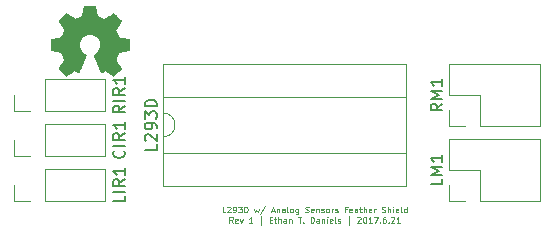
<source format=gbr>
G04 #@! TF.FileFunction,Legend,Top*
%FSLAX46Y46*%
G04 Gerber Fmt 4.6, Leading zero omitted, Abs format (unit mm)*
G04 Created by KiCad (PCBNEW 4.0.6) date Wednesday, June 21, 2017 'PMt' 08:53:47 PM*
%MOMM*%
%LPD*%
G01*
G04 APERTURE LIST*
%ADD10C,0.100000*%
%ADD11C,0.125000*%
%ADD12C,0.120000*%
%ADD13C,0.010000*%
%ADD14C,0.150000*%
G04 APERTURE END LIST*
D10*
D11*
X102942384Y-103928690D02*
X102704289Y-103928690D01*
X102704289Y-103428690D01*
X103085241Y-103476310D02*
X103109051Y-103452500D01*
X103156670Y-103428690D01*
X103275717Y-103428690D01*
X103323336Y-103452500D01*
X103347146Y-103476310D01*
X103370955Y-103523929D01*
X103370955Y-103571548D01*
X103347146Y-103642976D01*
X103061432Y-103928690D01*
X103370955Y-103928690D01*
X103609050Y-103928690D02*
X103704288Y-103928690D01*
X103751907Y-103904881D01*
X103775717Y-103881071D01*
X103823336Y-103809643D01*
X103847145Y-103714405D01*
X103847145Y-103523929D01*
X103823336Y-103476310D01*
X103799526Y-103452500D01*
X103751907Y-103428690D01*
X103656669Y-103428690D01*
X103609050Y-103452500D01*
X103585241Y-103476310D01*
X103561431Y-103523929D01*
X103561431Y-103642976D01*
X103585241Y-103690595D01*
X103609050Y-103714405D01*
X103656669Y-103738214D01*
X103751907Y-103738214D01*
X103799526Y-103714405D01*
X103823336Y-103690595D01*
X103847145Y-103642976D01*
X104013812Y-103428690D02*
X104323335Y-103428690D01*
X104156669Y-103619167D01*
X104228097Y-103619167D01*
X104275716Y-103642976D01*
X104299526Y-103666786D01*
X104323335Y-103714405D01*
X104323335Y-103833452D01*
X104299526Y-103881071D01*
X104275716Y-103904881D01*
X104228097Y-103928690D01*
X104085240Y-103928690D01*
X104037621Y-103904881D01*
X104013812Y-103881071D01*
X104537621Y-103928690D02*
X104537621Y-103428690D01*
X104656668Y-103428690D01*
X104728097Y-103452500D01*
X104775716Y-103500119D01*
X104799525Y-103547738D01*
X104823335Y-103642976D01*
X104823335Y-103714405D01*
X104799525Y-103809643D01*
X104775716Y-103857262D01*
X104728097Y-103904881D01*
X104656668Y-103928690D01*
X104537621Y-103928690D01*
X105370954Y-103595357D02*
X105466192Y-103928690D01*
X105561430Y-103690595D01*
X105656668Y-103928690D01*
X105751906Y-103595357D01*
X106299525Y-103404881D02*
X105870954Y-104047738D01*
X106823335Y-103785833D02*
X107061430Y-103785833D01*
X106775716Y-103928690D02*
X106942383Y-103428690D01*
X107109049Y-103928690D01*
X107275716Y-103595357D02*
X107275716Y-103928690D01*
X107275716Y-103642976D02*
X107299525Y-103619167D01*
X107347144Y-103595357D01*
X107418573Y-103595357D01*
X107466192Y-103619167D01*
X107490001Y-103666786D01*
X107490001Y-103928690D01*
X107942382Y-103928690D02*
X107942382Y-103666786D01*
X107918573Y-103619167D01*
X107870954Y-103595357D01*
X107775716Y-103595357D01*
X107728097Y-103619167D01*
X107942382Y-103904881D02*
X107894763Y-103928690D01*
X107775716Y-103928690D01*
X107728097Y-103904881D01*
X107704287Y-103857262D01*
X107704287Y-103809643D01*
X107728097Y-103762024D01*
X107775716Y-103738214D01*
X107894763Y-103738214D01*
X107942382Y-103714405D01*
X108251906Y-103928690D02*
X108204287Y-103904881D01*
X108180478Y-103857262D01*
X108180478Y-103428690D01*
X108513811Y-103928690D02*
X108466192Y-103904881D01*
X108442383Y-103881071D01*
X108418573Y-103833452D01*
X108418573Y-103690595D01*
X108442383Y-103642976D01*
X108466192Y-103619167D01*
X108513811Y-103595357D01*
X108585240Y-103595357D01*
X108632859Y-103619167D01*
X108656668Y-103642976D01*
X108680478Y-103690595D01*
X108680478Y-103833452D01*
X108656668Y-103881071D01*
X108632859Y-103904881D01*
X108585240Y-103928690D01*
X108513811Y-103928690D01*
X109109049Y-103595357D02*
X109109049Y-104000119D01*
X109085240Y-104047738D01*
X109061430Y-104071548D01*
X109013811Y-104095357D01*
X108942383Y-104095357D01*
X108894764Y-104071548D01*
X109109049Y-103904881D02*
X109061430Y-103928690D01*
X108966192Y-103928690D01*
X108918573Y-103904881D01*
X108894764Y-103881071D01*
X108870954Y-103833452D01*
X108870954Y-103690595D01*
X108894764Y-103642976D01*
X108918573Y-103619167D01*
X108966192Y-103595357D01*
X109061430Y-103595357D01*
X109109049Y-103619167D01*
X109704287Y-103904881D02*
X109775716Y-103928690D01*
X109894763Y-103928690D01*
X109942382Y-103904881D01*
X109966192Y-103881071D01*
X109990001Y-103833452D01*
X109990001Y-103785833D01*
X109966192Y-103738214D01*
X109942382Y-103714405D01*
X109894763Y-103690595D01*
X109799525Y-103666786D01*
X109751906Y-103642976D01*
X109728097Y-103619167D01*
X109704287Y-103571548D01*
X109704287Y-103523929D01*
X109728097Y-103476310D01*
X109751906Y-103452500D01*
X109799525Y-103428690D01*
X109918573Y-103428690D01*
X109990001Y-103452500D01*
X110394763Y-103904881D02*
X110347144Y-103928690D01*
X110251906Y-103928690D01*
X110204287Y-103904881D01*
X110180477Y-103857262D01*
X110180477Y-103666786D01*
X110204287Y-103619167D01*
X110251906Y-103595357D01*
X110347144Y-103595357D01*
X110394763Y-103619167D01*
X110418572Y-103666786D01*
X110418572Y-103714405D01*
X110180477Y-103762024D01*
X110632858Y-103595357D02*
X110632858Y-103928690D01*
X110632858Y-103642976D02*
X110656667Y-103619167D01*
X110704286Y-103595357D01*
X110775715Y-103595357D01*
X110823334Y-103619167D01*
X110847143Y-103666786D01*
X110847143Y-103928690D01*
X111061429Y-103904881D02*
X111109048Y-103928690D01*
X111204286Y-103928690D01*
X111251905Y-103904881D01*
X111275715Y-103857262D01*
X111275715Y-103833452D01*
X111251905Y-103785833D01*
X111204286Y-103762024D01*
X111132858Y-103762024D01*
X111085239Y-103738214D01*
X111061429Y-103690595D01*
X111061429Y-103666786D01*
X111085239Y-103619167D01*
X111132858Y-103595357D01*
X111204286Y-103595357D01*
X111251905Y-103619167D01*
X111561429Y-103928690D02*
X111513810Y-103904881D01*
X111490001Y-103881071D01*
X111466191Y-103833452D01*
X111466191Y-103690595D01*
X111490001Y-103642976D01*
X111513810Y-103619167D01*
X111561429Y-103595357D01*
X111632858Y-103595357D01*
X111680477Y-103619167D01*
X111704286Y-103642976D01*
X111728096Y-103690595D01*
X111728096Y-103833452D01*
X111704286Y-103881071D01*
X111680477Y-103904881D01*
X111632858Y-103928690D01*
X111561429Y-103928690D01*
X111942382Y-103928690D02*
X111942382Y-103595357D01*
X111942382Y-103690595D02*
X111966191Y-103642976D01*
X111990001Y-103619167D01*
X112037620Y-103595357D01*
X112085239Y-103595357D01*
X112228096Y-103904881D02*
X112275715Y-103928690D01*
X112370953Y-103928690D01*
X112418572Y-103904881D01*
X112442382Y-103857262D01*
X112442382Y-103833452D01*
X112418572Y-103785833D01*
X112370953Y-103762024D01*
X112299525Y-103762024D01*
X112251906Y-103738214D01*
X112228096Y-103690595D01*
X112228096Y-103666786D01*
X112251906Y-103619167D01*
X112299525Y-103595357D01*
X112370953Y-103595357D01*
X112418572Y-103619167D01*
X113204286Y-103666786D02*
X113037620Y-103666786D01*
X113037620Y-103928690D02*
X113037620Y-103428690D01*
X113275715Y-103428690D01*
X113656667Y-103904881D02*
X113609048Y-103928690D01*
X113513810Y-103928690D01*
X113466191Y-103904881D01*
X113442381Y-103857262D01*
X113442381Y-103666786D01*
X113466191Y-103619167D01*
X113513810Y-103595357D01*
X113609048Y-103595357D01*
X113656667Y-103619167D01*
X113680476Y-103666786D01*
X113680476Y-103714405D01*
X113442381Y-103762024D01*
X114109047Y-103928690D02*
X114109047Y-103666786D01*
X114085238Y-103619167D01*
X114037619Y-103595357D01*
X113942381Y-103595357D01*
X113894762Y-103619167D01*
X114109047Y-103904881D02*
X114061428Y-103928690D01*
X113942381Y-103928690D01*
X113894762Y-103904881D01*
X113870952Y-103857262D01*
X113870952Y-103809643D01*
X113894762Y-103762024D01*
X113942381Y-103738214D01*
X114061428Y-103738214D01*
X114109047Y-103714405D01*
X114275714Y-103595357D02*
X114466190Y-103595357D01*
X114347143Y-103428690D02*
X114347143Y-103857262D01*
X114370952Y-103904881D01*
X114418571Y-103928690D01*
X114466190Y-103928690D01*
X114632857Y-103928690D02*
X114632857Y-103428690D01*
X114847142Y-103928690D02*
X114847142Y-103666786D01*
X114823333Y-103619167D01*
X114775714Y-103595357D01*
X114704285Y-103595357D01*
X114656666Y-103619167D01*
X114632857Y-103642976D01*
X115275714Y-103904881D02*
X115228095Y-103928690D01*
X115132857Y-103928690D01*
X115085238Y-103904881D01*
X115061428Y-103857262D01*
X115061428Y-103666786D01*
X115085238Y-103619167D01*
X115132857Y-103595357D01*
X115228095Y-103595357D01*
X115275714Y-103619167D01*
X115299523Y-103666786D01*
X115299523Y-103714405D01*
X115061428Y-103762024D01*
X115513809Y-103928690D02*
X115513809Y-103595357D01*
X115513809Y-103690595D02*
X115537618Y-103642976D01*
X115561428Y-103619167D01*
X115609047Y-103595357D01*
X115656666Y-103595357D01*
X116180475Y-103904881D02*
X116251904Y-103928690D01*
X116370951Y-103928690D01*
X116418570Y-103904881D01*
X116442380Y-103881071D01*
X116466189Y-103833452D01*
X116466189Y-103785833D01*
X116442380Y-103738214D01*
X116418570Y-103714405D01*
X116370951Y-103690595D01*
X116275713Y-103666786D01*
X116228094Y-103642976D01*
X116204285Y-103619167D01*
X116180475Y-103571548D01*
X116180475Y-103523929D01*
X116204285Y-103476310D01*
X116228094Y-103452500D01*
X116275713Y-103428690D01*
X116394761Y-103428690D01*
X116466189Y-103452500D01*
X116680475Y-103928690D02*
X116680475Y-103428690D01*
X116894760Y-103928690D02*
X116894760Y-103666786D01*
X116870951Y-103619167D01*
X116823332Y-103595357D01*
X116751903Y-103595357D01*
X116704284Y-103619167D01*
X116680475Y-103642976D01*
X117132856Y-103928690D02*
X117132856Y-103595357D01*
X117132856Y-103428690D02*
X117109046Y-103452500D01*
X117132856Y-103476310D01*
X117156665Y-103452500D01*
X117132856Y-103428690D01*
X117132856Y-103476310D01*
X117561427Y-103904881D02*
X117513808Y-103928690D01*
X117418570Y-103928690D01*
X117370951Y-103904881D01*
X117347141Y-103857262D01*
X117347141Y-103666786D01*
X117370951Y-103619167D01*
X117418570Y-103595357D01*
X117513808Y-103595357D01*
X117561427Y-103619167D01*
X117585236Y-103666786D01*
X117585236Y-103714405D01*
X117347141Y-103762024D01*
X117870950Y-103928690D02*
X117823331Y-103904881D01*
X117799522Y-103857262D01*
X117799522Y-103428690D01*
X118275712Y-103928690D02*
X118275712Y-103428690D01*
X118275712Y-103904881D02*
X118228093Y-103928690D01*
X118132855Y-103928690D01*
X118085236Y-103904881D01*
X118061427Y-103881071D01*
X118037617Y-103833452D01*
X118037617Y-103690595D01*
X118061427Y-103642976D01*
X118085236Y-103619167D01*
X118132855Y-103595357D01*
X118228093Y-103595357D01*
X118275712Y-103619167D01*
X103561434Y-104803690D02*
X103394767Y-104565595D01*
X103275720Y-104803690D02*
X103275720Y-104303690D01*
X103466196Y-104303690D01*
X103513815Y-104327500D01*
X103537624Y-104351310D01*
X103561434Y-104398929D01*
X103561434Y-104470357D01*
X103537624Y-104517976D01*
X103513815Y-104541786D01*
X103466196Y-104565595D01*
X103275720Y-104565595D01*
X103966196Y-104779881D02*
X103918577Y-104803690D01*
X103823339Y-104803690D01*
X103775720Y-104779881D01*
X103751910Y-104732262D01*
X103751910Y-104541786D01*
X103775720Y-104494167D01*
X103823339Y-104470357D01*
X103918577Y-104470357D01*
X103966196Y-104494167D01*
X103990005Y-104541786D01*
X103990005Y-104589405D01*
X103751910Y-104637024D01*
X104156672Y-104470357D02*
X104275719Y-104803690D01*
X104394767Y-104470357D01*
X105228099Y-104803690D02*
X104942385Y-104803690D01*
X105085242Y-104803690D02*
X105085242Y-104303690D01*
X105037623Y-104375119D01*
X104990004Y-104422738D01*
X104942385Y-104446548D01*
X105942384Y-104970357D02*
X105942384Y-104256071D01*
X106680479Y-104541786D02*
X106847145Y-104541786D01*
X106918574Y-104803690D02*
X106680479Y-104803690D01*
X106680479Y-104303690D01*
X106918574Y-104303690D01*
X107061431Y-104470357D02*
X107251907Y-104470357D01*
X107132860Y-104303690D02*
X107132860Y-104732262D01*
X107156669Y-104779881D01*
X107204288Y-104803690D01*
X107251907Y-104803690D01*
X107418574Y-104803690D02*
X107418574Y-104303690D01*
X107632859Y-104803690D02*
X107632859Y-104541786D01*
X107609050Y-104494167D01*
X107561431Y-104470357D01*
X107490002Y-104470357D01*
X107442383Y-104494167D01*
X107418574Y-104517976D01*
X108085240Y-104803690D02*
X108085240Y-104541786D01*
X108061431Y-104494167D01*
X108013812Y-104470357D01*
X107918574Y-104470357D01*
X107870955Y-104494167D01*
X108085240Y-104779881D02*
X108037621Y-104803690D01*
X107918574Y-104803690D01*
X107870955Y-104779881D01*
X107847145Y-104732262D01*
X107847145Y-104684643D01*
X107870955Y-104637024D01*
X107918574Y-104613214D01*
X108037621Y-104613214D01*
X108085240Y-104589405D01*
X108323336Y-104470357D02*
X108323336Y-104803690D01*
X108323336Y-104517976D02*
X108347145Y-104494167D01*
X108394764Y-104470357D01*
X108466193Y-104470357D01*
X108513812Y-104494167D01*
X108537621Y-104541786D01*
X108537621Y-104803690D01*
X109085240Y-104303690D02*
X109370954Y-104303690D01*
X109228097Y-104803690D02*
X109228097Y-104303690D01*
X109537621Y-104756071D02*
X109561430Y-104779881D01*
X109537621Y-104803690D01*
X109513811Y-104779881D01*
X109537621Y-104756071D01*
X109537621Y-104803690D01*
X110156668Y-104803690D02*
X110156668Y-104303690D01*
X110275715Y-104303690D01*
X110347144Y-104327500D01*
X110394763Y-104375119D01*
X110418572Y-104422738D01*
X110442382Y-104517976D01*
X110442382Y-104589405D01*
X110418572Y-104684643D01*
X110394763Y-104732262D01*
X110347144Y-104779881D01*
X110275715Y-104803690D01*
X110156668Y-104803690D01*
X110870953Y-104803690D02*
X110870953Y-104541786D01*
X110847144Y-104494167D01*
X110799525Y-104470357D01*
X110704287Y-104470357D01*
X110656668Y-104494167D01*
X110870953Y-104779881D02*
X110823334Y-104803690D01*
X110704287Y-104803690D01*
X110656668Y-104779881D01*
X110632858Y-104732262D01*
X110632858Y-104684643D01*
X110656668Y-104637024D01*
X110704287Y-104613214D01*
X110823334Y-104613214D01*
X110870953Y-104589405D01*
X111109049Y-104470357D02*
X111109049Y-104803690D01*
X111109049Y-104517976D02*
X111132858Y-104494167D01*
X111180477Y-104470357D01*
X111251906Y-104470357D01*
X111299525Y-104494167D01*
X111323334Y-104541786D01*
X111323334Y-104803690D01*
X111561430Y-104803690D02*
X111561430Y-104470357D01*
X111561430Y-104303690D02*
X111537620Y-104327500D01*
X111561430Y-104351310D01*
X111585239Y-104327500D01*
X111561430Y-104303690D01*
X111561430Y-104351310D01*
X111990001Y-104779881D02*
X111942382Y-104803690D01*
X111847144Y-104803690D01*
X111799525Y-104779881D01*
X111775715Y-104732262D01*
X111775715Y-104541786D01*
X111799525Y-104494167D01*
X111847144Y-104470357D01*
X111942382Y-104470357D01*
X111990001Y-104494167D01*
X112013810Y-104541786D01*
X112013810Y-104589405D01*
X111775715Y-104637024D01*
X112299524Y-104803690D02*
X112251905Y-104779881D01*
X112228096Y-104732262D01*
X112228096Y-104303690D01*
X112466191Y-104779881D02*
X112513810Y-104803690D01*
X112609048Y-104803690D01*
X112656667Y-104779881D01*
X112680477Y-104732262D01*
X112680477Y-104708452D01*
X112656667Y-104660833D01*
X112609048Y-104637024D01*
X112537620Y-104637024D01*
X112490001Y-104613214D01*
X112466191Y-104565595D01*
X112466191Y-104541786D01*
X112490001Y-104494167D01*
X112537620Y-104470357D01*
X112609048Y-104470357D01*
X112656667Y-104494167D01*
X113394762Y-104970357D02*
X113394762Y-104256071D01*
X114109047Y-104351310D02*
X114132857Y-104327500D01*
X114180476Y-104303690D01*
X114299523Y-104303690D01*
X114347142Y-104327500D01*
X114370952Y-104351310D01*
X114394761Y-104398929D01*
X114394761Y-104446548D01*
X114370952Y-104517976D01*
X114085238Y-104803690D01*
X114394761Y-104803690D01*
X114704285Y-104303690D02*
X114751904Y-104303690D01*
X114799523Y-104327500D01*
X114823332Y-104351310D01*
X114847142Y-104398929D01*
X114870951Y-104494167D01*
X114870951Y-104613214D01*
X114847142Y-104708452D01*
X114823332Y-104756071D01*
X114799523Y-104779881D01*
X114751904Y-104803690D01*
X114704285Y-104803690D01*
X114656666Y-104779881D01*
X114632856Y-104756071D01*
X114609047Y-104708452D01*
X114585237Y-104613214D01*
X114585237Y-104494167D01*
X114609047Y-104398929D01*
X114632856Y-104351310D01*
X114656666Y-104327500D01*
X114704285Y-104303690D01*
X115347141Y-104803690D02*
X115061427Y-104803690D01*
X115204284Y-104803690D02*
X115204284Y-104303690D01*
X115156665Y-104375119D01*
X115109046Y-104422738D01*
X115061427Y-104446548D01*
X115513808Y-104303690D02*
X115847141Y-104303690D01*
X115632855Y-104803690D01*
X116037617Y-104756071D02*
X116061426Y-104779881D01*
X116037617Y-104803690D01*
X116013807Y-104779881D01*
X116037617Y-104756071D01*
X116037617Y-104803690D01*
X116489997Y-104303690D02*
X116394759Y-104303690D01*
X116347140Y-104327500D01*
X116323331Y-104351310D01*
X116275712Y-104422738D01*
X116251902Y-104517976D01*
X116251902Y-104708452D01*
X116275712Y-104756071D01*
X116299521Y-104779881D01*
X116347140Y-104803690D01*
X116442378Y-104803690D01*
X116489997Y-104779881D01*
X116513807Y-104756071D01*
X116537616Y-104708452D01*
X116537616Y-104589405D01*
X116513807Y-104541786D01*
X116489997Y-104517976D01*
X116442378Y-104494167D01*
X116347140Y-104494167D01*
X116299521Y-104517976D01*
X116275712Y-104541786D01*
X116251902Y-104589405D01*
X116751902Y-104756071D02*
X116775711Y-104779881D01*
X116751902Y-104803690D01*
X116728092Y-104779881D01*
X116751902Y-104756071D01*
X116751902Y-104803690D01*
X116966187Y-104351310D02*
X116989997Y-104327500D01*
X117037616Y-104303690D01*
X117156663Y-104303690D01*
X117204282Y-104327500D01*
X117228092Y-104351310D01*
X117251901Y-104398929D01*
X117251901Y-104446548D01*
X117228092Y-104517976D01*
X116942378Y-104803690D01*
X117251901Y-104803690D01*
X117728091Y-104803690D02*
X117442377Y-104803690D01*
X117585234Y-104803690D02*
X117585234Y-104303690D01*
X117537615Y-104375119D01*
X117489996Y-104422738D01*
X117442377Y-104446548D01*
D12*
X97670000Y-97520000D02*
X97670000Y-98890000D01*
X97670000Y-98890000D02*
X118230000Y-98890000D01*
X118230000Y-98890000D02*
X118230000Y-94150000D01*
X118230000Y-94150000D02*
X97670000Y-94150000D01*
X97670000Y-94150000D02*
X97670000Y-95520000D01*
X97670000Y-101720000D02*
X118230000Y-101720000D01*
X118230000Y-101720000D02*
X118230000Y-91320000D01*
X118230000Y-91320000D02*
X97670000Y-91320000D01*
X97670000Y-91320000D02*
X97670000Y-101720000D01*
X97670000Y-95520000D02*
G75*
G02X97670000Y-97520000I0J-1000000D01*
G01*
X87630000Y-95310000D02*
X92770000Y-95310000D01*
X92770000Y-95310000D02*
X92770000Y-92650000D01*
X92770000Y-92650000D02*
X87630000Y-92650000D01*
X87630000Y-92650000D02*
X87630000Y-95310000D01*
X86360000Y-95310000D02*
X85030000Y-95310000D01*
X85030000Y-95310000D02*
X85030000Y-93980000D01*
X87630000Y-99120000D02*
X92770000Y-99120000D01*
X92770000Y-99120000D02*
X92770000Y-96460000D01*
X92770000Y-96460000D02*
X87630000Y-96460000D01*
X87630000Y-96460000D02*
X87630000Y-99120000D01*
X86360000Y-99120000D02*
X85030000Y-99120000D01*
X85030000Y-99120000D02*
X85030000Y-97790000D01*
X87630000Y-102930000D02*
X92770000Y-102930000D01*
X92770000Y-102930000D02*
X92770000Y-100270000D01*
X92770000Y-100270000D02*
X87630000Y-100270000D01*
X87630000Y-100270000D02*
X87630000Y-102930000D01*
X86360000Y-102930000D02*
X85030000Y-102930000D01*
X85030000Y-102930000D02*
X85030000Y-101600000D01*
X124460000Y-102930000D02*
X129600000Y-102930000D01*
X129600000Y-102930000D02*
X129600000Y-97730000D01*
X129600000Y-97730000D02*
X121860000Y-97730000D01*
X121860000Y-97730000D02*
X121860000Y-100330000D01*
X121860000Y-100330000D02*
X124460000Y-100330000D01*
X124460000Y-100330000D02*
X124460000Y-102930000D01*
X123190000Y-102930000D02*
X121860000Y-102930000D01*
X121860000Y-102930000D02*
X121860000Y-101600000D01*
X124460000Y-96580000D02*
X129600000Y-96580000D01*
X129600000Y-96580000D02*
X129600000Y-91380000D01*
X129600000Y-91380000D02*
X121860000Y-91380000D01*
X121860000Y-91380000D02*
X121860000Y-93980000D01*
X121860000Y-93980000D02*
X124460000Y-93980000D01*
X124460000Y-93980000D02*
X124460000Y-96580000D01*
X123190000Y-96580000D02*
X121860000Y-96580000D01*
X121860000Y-96580000D02*
X121860000Y-95250000D01*
D13*
G36*
X91995814Y-86876931D02*
X92079635Y-87321555D01*
X92388920Y-87449053D01*
X92698206Y-87576551D01*
X93069246Y-87324246D01*
X93173157Y-87253996D01*
X93267087Y-87191272D01*
X93346652Y-87138938D01*
X93407470Y-87099857D01*
X93445157Y-87076893D01*
X93455421Y-87071942D01*
X93473910Y-87084676D01*
X93513420Y-87119882D01*
X93569522Y-87173062D01*
X93637787Y-87239718D01*
X93713786Y-87315354D01*
X93793092Y-87395472D01*
X93871275Y-87475574D01*
X93943907Y-87551164D01*
X94006559Y-87617745D01*
X94054803Y-87670818D01*
X94084210Y-87705887D01*
X94091241Y-87717623D01*
X94081123Y-87739260D01*
X94052759Y-87786662D01*
X94009129Y-87855193D01*
X93953218Y-87940215D01*
X93888006Y-88037093D01*
X93850219Y-88092350D01*
X93781343Y-88193248D01*
X93720140Y-88284299D01*
X93669578Y-88360970D01*
X93632628Y-88418728D01*
X93612258Y-88453043D01*
X93609197Y-88460254D01*
X93616136Y-88480748D01*
X93635051Y-88528513D01*
X93663087Y-88596832D01*
X93697391Y-88678989D01*
X93735109Y-88768270D01*
X93773387Y-88857958D01*
X93809370Y-88941338D01*
X93840206Y-89011694D01*
X93863039Y-89062310D01*
X93875017Y-89086471D01*
X93875724Y-89087422D01*
X93894531Y-89092036D01*
X93944618Y-89102328D01*
X94020793Y-89117287D01*
X94117865Y-89135901D01*
X94230643Y-89157159D01*
X94296442Y-89169418D01*
X94416950Y-89192362D01*
X94525797Y-89214195D01*
X94617476Y-89233722D01*
X94686481Y-89249748D01*
X94727304Y-89261079D01*
X94735511Y-89264674D01*
X94743548Y-89289006D01*
X94750033Y-89343959D01*
X94754970Y-89423108D01*
X94758364Y-89520026D01*
X94760218Y-89628287D01*
X94760538Y-89741465D01*
X94759327Y-89853135D01*
X94756590Y-89956868D01*
X94752331Y-90046241D01*
X94746555Y-90114826D01*
X94739267Y-90156197D01*
X94734895Y-90164810D01*
X94708764Y-90175133D01*
X94653393Y-90189892D01*
X94576107Y-90207352D01*
X94484230Y-90225780D01*
X94452158Y-90231741D01*
X94297524Y-90260066D01*
X94175375Y-90282876D01*
X94081673Y-90301080D01*
X94012384Y-90315583D01*
X93963471Y-90327292D01*
X93930897Y-90337115D01*
X93910628Y-90345956D01*
X93898626Y-90354724D01*
X93896947Y-90356457D01*
X93880184Y-90384371D01*
X93854614Y-90438695D01*
X93822788Y-90512777D01*
X93787260Y-90599965D01*
X93750583Y-90693608D01*
X93715311Y-90787052D01*
X93683996Y-90873647D01*
X93659193Y-90946740D01*
X93643454Y-90999678D01*
X93639332Y-91025811D01*
X93639676Y-91026726D01*
X93653641Y-91048086D01*
X93685322Y-91095084D01*
X93731391Y-91162827D01*
X93788518Y-91246423D01*
X93853373Y-91340982D01*
X93871843Y-91367854D01*
X93937699Y-91465275D01*
X93995650Y-91554163D01*
X94042538Y-91629412D01*
X94075207Y-91685920D01*
X94090500Y-91718581D01*
X94091241Y-91722593D01*
X94078392Y-91743684D01*
X94042888Y-91785464D01*
X93989293Y-91843445D01*
X93922171Y-91913135D01*
X93846087Y-91990045D01*
X93765604Y-92069683D01*
X93685287Y-92147561D01*
X93609699Y-92219186D01*
X93543405Y-92280070D01*
X93490969Y-92325721D01*
X93456955Y-92351650D01*
X93447545Y-92355883D01*
X93425643Y-92345912D01*
X93380800Y-92319020D01*
X93320321Y-92279736D01*
X93273789Y-92248117D01*
X93189475Y-92190098D01*
X93089626Y-92121784D01*
X92989473Y-92053579D01*
X92935627Y-92017075D01*
X92753371Y-91893800D01*
X92600381Y-91976520D01*
X92530682Y-92012759D01*
X92471414Y-92040926D01*
X92431311Y-92056991D01*
X92421103Y-92059226D01*
X92408829Y-92042722D01*
X92384613Y-91996082D01*
X92350263Y-91923609D01*
X92307588Y-91829606D01*
X92258394Y-91718374D01*
X92204490Y-91594215D01*
X92147684Y-91461432D01*
X92089782Y-91324327D01*
X92032593Y-91187202D01*
X91977924Y-91054358D01*
X91927584Y-90930098D01*
X91883380Y-90818725D01*
X91847119Y-90724539D01*
X91820609Y-90651844D01*
X91805658Y-90604941D01*
X91803254Y-90588833D01*
X91822311Y-90568286D01*
X91864036Y-90534933D01*
X91919706Y-90495702D01*
X91924378Y-90492599D01*
X92068264Y-90377423D01*
X92184283Y-90243053D01*
X92271430Y-90093784D01*
X92328699Y-89933913D01*
X92355086Y-89767737D01*
X92349585Y-89599552D01*
X92311190Y-89433655D01*
X92238895Y-89274342D01*
X92217626Y-89239487D01*
X92106996Y-89098737D01*
X91976302Y-88985714D01*
X91830064Y-88901003D01*
X91672808Y-88845194D01*
X91509057Y-88818874D01*
X91343333Y-88822630D01*
X91180162Y-88857050D01*
X91024065Y-88922723D01*
X90879567Y-89020235D01*
X90834869Y-89059813D01*
X90721112Y-89183703D01*
X90638218Y-89314124D01*
X90581356Y-89460315D01*
X90549687Y-89605088D01*
X90541869Y-89767860D01*
X90567938Y-89931440D01*
X90625245Y-90090298D01*
X90711144Y-90238906D01*
X90822986Y-90371735D01*
X90958123Y-90483256D01*
X90975883Y-90495011D01*
X91032150Y-90533508D01*
X91074923Y-90566863D01*
X91095372Y-90588160D01*
X91095669Y-90588833D01*
X91091279Y-90611871D01*
X91073876Y-90664157D01*
X91045268Y-90741390D01*
X91007265Y-90839268D01*
X90961674Y-90953491D01*
X90910303Y-91079758D01*
X90854962Y-91213767D01*
X90797458Y-91351218D01*
X90739601Y-91487808D01*
X90683198Y-91619237D01*
X90630058Y-91741205D01*
X90581990Y-91849409D01*
X90540801Y-91939549D01*
X90508301Y-92007323D01*
X90486297Y-92048430D01*
X90477436Y-92059226D01*
X90450360Y-92050819D01*
X90399697Y-92028272D01*
X90334183Y-91995613D01*
X90298159Y-91976520D01*
X90145168Y-91893800D01*
X89962912Y-92017075D01*
X89869875Y-92080228D01*
X89768015Y-92149727D01*
X89672562Y-92215165D01*
X89624750Y-92248117D01*
X89557505Y-92293273D01*
X89500564Y-92329057D01*
X89461354Y-92350938D01*
X89448619Y-92355563D01*
X89430083Y-92343085D01*
X89389059Y-92308252D01*
X89329525Y-92254678D01*
X89255458Y-92185983D01*
X89170835Y-92105781D01*
X89117315Y-92054286D01*
X89023681Y-91962286D01*
X88942759Y-91879999D01*
X88877823Y-91810945D01*
X88832142Y-91758644D01*
X88808989Y-91726616D01*
X88806768Y-91720116D01*
X88817076Y-91695394D01*
X88845561Y-91645405D01*
X88889063Y-91575212D01*
X88944423Y-91489875D01*
X89008480Y-91394456D01*
X89026697Y-91367854D01*
X89093073Y-91271167D01*
X89152622Y-91184117D01*
X89202016Y-91111595D01*
X89237925Y-91058493D01*
X89257019Y-91029703D01*
X89258864Y-91026726D01*
X89256105Y-91003782D01*
X89241462Y-90953336D01*
X89217487Y-90882041D01*
X89186734Y-90796547D01*
X89151756Y-90703507D01*
X89115107Y-90609574D01*
X89079339Y-90521399D01*
X89047006Y-90445634D01*
X89020662Y-90388931D01*
X89002858Y-90357943D01*
X89001593Y-90356457D01*
X88990706Y-90347601D01*
X88972318Y-90338843D01*
X88942394Y-90329277D01*
X88896897Y-90317996D01*
X88831791Y-90304093D01*
X88743039Y-90286663D01*
X88626607Y-90264798D01*
X88478458Y-90237591D01*
X88446382Y-90231741D01*
X88351314Y-90213374D01*
X88268435Y-90195405D01*
X88205070Y-90179569D01*
X88168542Y-90167600D01*
X88163644Y-90164810D01*
X88155573Y-90140072D01*
X88149013Y-90084790D01*
X88143967Y-90005389D01*
X88140441Y-89908296D01*
X88138439Y-89799938D01*
X88137964Y-89686740D01*
X88139023Y-89575128D01*
X88141618Y-89471529D01*
X88145754Y-89382368D01*
X88151437Y-89314072D01*
X88158669Y-89273066D01*
X88163029Y-89264674D01*
X88187302Y-89256208D01*
X88242574Y-89242435D01*
X88323338Y-89224550D01*
X88424088Y-89203748D01*
X88539317Y-89181223D01*
X88602098Y-89169418D01*
X88721213Y-89147151D01*
X88827435Y-89126979D01*
X88915573Y-89109915D01*
X88980434Y-89096969D01*
X89016826Y-89089155D01*
X89022816Y-89087422D01*
X89032939Y-89067890D01*
X89054338Y-89020843D01*
X89084161Y-88953003D01*
X89119555Y-88871091D01*
X89157668Y-88781828D01*
X89195647Y-88691935D01*
X89230640Y-88608135D01*
X89259794Y-88537147D01*
X89280257Y-88485694D01*
X89289177Y-88460497D01*
X89289343Y-88459396D01*
X89279231Y-88439519D01*
X89250883Y-88393777D01*
X89207277Y-88326717D01*
X89151394Y-88242884D01*
X89086213Y-88146826D01*
X89048321Y-88091650D01*
X88979275Y-87990481D01*
X88917950Y-87898630D01*
X88867337Y-87820744D01*
X88830429Y-87761469D01*
X88810218Y-87725451D01*
X88807299Y-87717377D01*
X88819847Y-87698584D01*
X88854537Y-87658457D01*
X88906937Y-87601493D01*
X88972616Y-87532185D01*
X89047144Y-87455031D01*
X89126087Y-87374525D01*
X89205017Y-87295163D01*
X89279500Y-87221440D01*
X89345106Y-87157852D01*
X89397404Y-87108894D01*
X89431961Y-87079061D01*
X89443522Y-87071942D01*
X89462346Y-87081953D01*
X89507369Y-87110078D01*
X89574213Y-87153454D01*
X89658501Y-87209218D01*
X89755856Y-87274506D01*
X89829293Y-87324246D01*
X90200333Y-87576551D01*
X90818905Y-87321555D01*
X90902725Y-86876931D01*
X90986546Y-86432307D01*
X91911994Y-86432307D01*
X91995814Y-86876931D01*
X91995814Y-86876931D01*
G37*
X91995814Y-86876931D02*
X92079635Y-87321555D01*
X92388920Y-87449053D01*
X92698206Y-87576551D01*
X93069246Y-87324246D01*
X93173157Y-87253996D01*
X93267087Y-87191272D01*
X93346652Y-87138938D01*
X93407470Y-87099857D01*
X93445157Y-87076893D01*
X93455421Y-87071942D01*
X93473910Y-87084676D01*
X93513420Y-87119882D01*
X93569522Y-87173062D01*
X93637787Y-87239718D01*
X93713786Y-87315354D01*
X93793092Y-87395472D01*
X93871275Y-87475574D01*
X93943907Y-87551164D01*
X94006559Y-87617745D01*
X94054803Y-87670818D01*
X94084210Y-87705887D01*
X94091241Y-87717623D01*
X94081123Y-87739260D01*
X94052759Y-87786662D01*
X94009129Y-87855193D01*
X93953218Y-87940215D01*
X93888006Y-88037093D01*
X93850219Y-88092350D01*
X93781343Y-88193248D01*
X93720140Y-88284299D01*
X93669578Y-88360970D01*
X93632628Y-88418728D01*
X93612258Y-88453043D01*
X93609197Y-88460254D01*
X93616136Y-88480748D01*
X93635051Y-88528513D01*
X93663087Y-88596832D01*
X93697391Y-88678989D01*
X93735109Y-88768270D01*
X93773387Y-88857958D01*
X93809370Y-88941338D01*
X93840206Y-89011694D01*
X93863039Y-89062310D01*
X93875017Y-89086471D01*
X93875724Y-89087422D01*
X93894531Y-89092036D01*
X93944618Y-89102328D01*
X94020793Y-89117287D01*
X94117865Y-89135901D01*
X94230643Y-89157159D01*
X94296442Y-89169418D01*
X94416950Y-89192362D01*
X94525797Y-89214195D01*
X94617476Y-89233722D01*
X94686481Y-89249748D01*
X94727304Y-89261079D01*
X94735511Y-89264674D01*
X94743548Y-89289006D01*
X94750033Y-89343959D01*
X94754970Y-89423108D01*
X94758364Y-89520026D01*
X94760218Y-89628287D01*
X94760538Y-89741465D01*
X94759327Y-89853135D01*
X94756590Y-89956868D01*
X94752331Y-90046241D01*
X94746555Y-90114826D01*
X94739267Y-90156197D01*
X94734895Y-90164810D01*
X94708764Y-90175133D01*
X94653393Y-90189892D01*
X94576107Y-90207352D01*
X94484230Y-90225780D01*
X94452158Y-90231741D01*
X94297524Y-90260066D01*
X94175375Y-90282876D01*
X94081673Y-90301080D01*
X94012384Y-90315583D01*
X93963471Y-90327292D01*
X93930897Y-90337115D01*
X93910628Y-90345956D01*
X93898626Y-90354724D01*
X93896947Y-90356457D01*
X93880184Y-90384371D01*
X93854614Y-90438695D01*
X93822788Y-90512777D01*
X93787260Y-90599965D01*
X93750583Y-90693608D01*
X93715311Y-90787052D01*
X93683996Y-90873647D01*
X93659193Y-90946740D01*
X93643454Y-90999678D01*
X93639332Y-91025811D01*
X93639676Y-91026726D01*
X93653641Y-91048086D01*
X93685322Y-91095084D01*
X93731391Y-91162827D01*
X93788518Y-91246423D01*
X93853373Y-91340982D01*
X93871843Y-91367854D01*
X93937699Y-91465275D01*
X93995650Y-91554163D01*
X94042538Y-91629412D01*
X94075207Y-91685920D01*
X94090500Y-91718581D01*
X94091241Y-91722593D01*
X94078392Y-91743684D01*
X94042888Y-91785464D01*
X93989293Y-91843445D01*
X93922171Y-91913135D01*
X93846087Y-91990045D01*
X93765604Y-92069683D01*
X93685287Y-92147561D01*
X93609699Y-92219186D01*
X93543405Y-92280070D01*
X93490969Y-92325721D01*
X93456955Y-92351650D01*
X93447545Y-92355883D01*
X93425643Y-92345912D01*
X93380800Y-92319020D01*
X93320321Y-92279736D01*
X93273789Y-92248117D01*
X93189475Y-92190098D01*
X93089626Y-92121784D01*
X92989473Y-92053579D01*
X92935627Y-92017075D01*
X92753371Y-91893800D01*
X92600381Y-91976520D01*
X92530682Y-92012759D01*
X92471414Y-92040926D01*
X92431311Y-92056991D01*
X92421103Y-92059226D01*
X92408829Y-92042722D01*
X92384613Y-91996082D01*
X92350263Y-91923609D01*
X92307588Y-91829606D01*
X92258394Y-91718374D01*
X92204490Y-91594215D01*
X92147684Y-91461432D01*
X92089782Y-91324327D01*
X92032593Y-91187202D01*
X91977924Y-91054358D01*
X91927584Y-90930098D01*
X91883380Y-90818725D01*
X91847119Y-90724539D01*
X91820609Y-90651844D01*
X91805658Y-90604941D01*
X91803254Y-90588833D01*
X91822311Y-90568286D01*
X91864036Y-90534933D01*
X91919706Y-90495702D01*
X91924378Y-90492599D01*
X92068264Y-90377423D01*
X92184283Y-90243053D01*
X92271430Y-90093784D01*
X92328699Y-89933913D01*
X92355086Y-89767737D01*
X92349585Y-89599552D01*
X92311190Y-89433655D01*
X92238895Y-89274342D01*
X92217626Y-89239487D01*
X92106996Y-89098737D01*
X91976302Y-88985714D01*
X91830064Y-88901003D01*
X91672808Y-88845194D01*
X91509057Y-88818874D01*
X91343333Y-88822630D01*
X91180162Y-88857050D01*
X91024065Y-88922723D01*
X90879567Y-89020235D01*
X90834869Y-89059813D01*
X90721112Y-89183703D01*
X90638218Y-89314124D01*
X90581356Y-89460315D01*
X90549687Y-89605088D01*
X90541869Y-89767860D01*
X90567938Y-89931440D01*
X90625245Y-90090298D01*
X90711144Y-90238906D01*
X90822986Y-90371735D01*
X90958123Y-90483256D01*
X90975883Y-90495011D01*
X91032150Y-90533508D01*
X91074923Y-90566863D01*
X91095372Y-90588160D01*
X91095669Y-90588833D01*
X91091279Y-90611871D01*
X91073876Y-90664157D01*
X91045268Y-90741390D01*
X91007265Y-90839268D01*
X90961674Y-90953491D01*
X90910303Y-91079758D01*
X90854962Y-91213767D01*
X90797458Y-91351218D01*
X90739601Y-91487808D01*
X90683198Y-91619237D01*
X90630058Y-91741205D01*
X90581990Y-91849409D01*
X90540801Y-91939549D01*
X90508301Y-92007323D01*
X90486297Y-92048430D01*
X90477436Y-92059226D01*
X90450360Y-92050819D01*
X90399697Y-92028272D01*
X90334183Y-91995613D01*
X90298159Y-91976520D01*
X90145168Y-91893800D01*
X89962912Y-92017075D01*
X89869875Y-92080228D01*
X89768015Y-92149727D01*
X89672562Y-92215165D01*
X89624750Y-92248117D01*
X89557505Y-92293273D01*
X89500564Y-92329057D01*
X89461354Y-92350938D01*
X89448619Y-92355563D01*
X89430083Y-92343085D01*
X89389059Y-92308252D01*
X89329525Y-92254678D01*
X89255458Y-92185983D01*
X89170835Y-92105781D01*
X89117315Y-92054286D01*
X89023681Y-91962286D01*
X88942759Y-91879999D01*
X88877823Y-91810945D01*
X88832142Y-91758644D01*
X88808989Y-91726616D01*
X88806768Y-91720116D01*
X88817076Y-91695394D01*
X88845561Y-91645405D01*
X88889063Y-91575212D01*
X88944423Y-91489875D01*
X89008480Y-91394456D01*
X89026697Y-91367854D01*
X89093073Y-91271167D01*
X89152622Y-91184117D01*
X89202016Y-91111595D01*
X89237925Y-91058493D01*
X89257019Y-91029703D01*
X89258864Y-91026726D01*
X89256105Y-91003782D01*
X89241462Y-90953336D01*
X89217487Y-90882041D01*
X89186734Y-90796547D01*
X89151756Y-90703507D01*
X89115107Y-90609574D01*
X89079339Y-90521399D01*
X89047006Y-90445634D01*
X89020662Y-90388931D01*
X89002858Y-90357943D01*
X89001593Y-90356457D01*
X88990706Y-90347601D01*
X88972318Y-90338843D01*
X88942394Y-90329277D01*
X88896897Y-90317996D01*
X88831791Y-90304093D01*
X88743039Y-90286663D01*
X88626607Y-90264798D01*
X88478458Y-90237591D01*
X88446382Y-90231741D01*
X88351314Y-90213374D01*
X88268435Y-90195405D01*
X88205070Y-90179569D01*
X88168542Y-90167600D01*
X88163644Y-90164810D01*
X88155573Y-90140072D01*
X88149013Y-90084790D01*
X88143967Y-90005389D01*
X88140441Y-89908296D01*
X88138439Y-89799938D01*
X88137964Y-89686740D01*
X88139023Y-89575128D01*
X88141618Y-89471529D01*
X88145754Y-89382368D01*
X88151437Y-89314072D01*
X88158669Y-89273066D01*
X88163029Y-89264674D01*
X88187302Y-89256208D01*
X88242574Y-89242435D01*
X88323338Y-89224550D01*
X88424088Y-89203748D01*
X88539317Y-89181223D01*
X88602098Y-89169418D01*
X88721213Y-89147151D01*
X88827435Y-89126979D01*
X88915573Y-89109915D01*
X88980434Y-89096969D01*
X89016826Y-89089155D01*
X89022816Y-89087422D01*
X89032939Y-89067890D01*
X89054338Y-89020843D01*
X89084161Y-88953003D01*
X89119555Y-88871091D01*
X89157668Y-88781828D01*
X89195647Y-88691935D01*
X89230640Y-88608135D01*
X89259794Y-88537147D01*
X89280257Y-88485694D01*
X89289177Y-88460497D01*
X89289343Y-88459396D01*
X89279231Y-88439519D01*
X89250883Y-88393777D01*
X89207277Y-88326717D01*
X89151394Y-88242884D01*
X89086213Y-88146826D01*
X89048321Y-88091650D01*
X88979275Y-87990481D01*
X88917950Y-87898630D01*
X88867337Y-87820744D01*
X88830429Y-87761469D01*
X88810218Y-87725451D01*
X88807299Y-87717377D01*
X88819847Y-87698584D01*
X88854537Y-87658457D01*
X88906937Y-87601493D01*
X88972616Y-87532185D01*
X89047144Y-87455031D01*
X89126087Y-87374525D01*
X89205017Y-87295163D01*
X89279500Y-87221440D01*
X89345106Y-87157852D01*
X89397404Y-87108894D01*
X89431961Y-87079061D01*
X89443522Y-87071942D01*
X89462346Y-87081953D01*
X89507369Y-87110078D01*
X89574213Y-87153454D01*
X89658501Y-87209218D01*
X89755856Y-87274506D01*
X89829293Y-87324246D01*
X90200333Y-87576551D01*
X90818905Y-87321555D01*
X90902725Y-86876931D01*
X90986546Y-86432307D01*
X91911994Y-86432307D01*
X91995814Y-86876931D01*
D14*
X97122381Y-98139047D02*
X97122381Y-98615238D01*
X96122381Y-98615238D01*
X96217619Y-97853333D02*
X96170000Y-97805714D01*
X96122381Y-97710476D01*
X96122381Y-97472380D01*
X96170000Y-97377142D01*
X96217619Y-97329523D01*
X96312857Y-97281904D01*
X96408095Y-97281904D01*
X96550952Y-97329523D01*
X97122381Y-97900952D01*
X97122381Y-97281904D01*
X97122381Y-96805714D02*
X97122381Y-96615238D01*
X97074762Y-96519999D01*
X97027143Y-96472380D01*
X96884286Y-96377142D01*
X96693810Y-96329523D01*
X96312857Y-96329523D01*
X96217619Y-96377142D01*
X96170000Y-96424761D01*
X96122381Y-96519999D01*
X96122381Y-96710476D01*
X96170000Y-96805714D01*
X96217619Y-96853333D01*
X96312857Y-96900952D01*
X96550952Y-96900952D01*
X96646190Y-96853333D01*
X96693810Y-96805714D01*
X96741429Y-96710476D01*
X96741429Y-96519999D01*
X96693810Y-96424761D01*
X96646190Y-96377142D01*
X96550952Y-96329523D01*
X96122381Y-95996190D02*
X96122381Y-95377142D01*
X96503333Y-95710476D01*
X96503333Y-95567618D01*
X96550952Y-95472380D01*
X96598571Y-95424761D01*
X96693810Y-95377142D01*
X96931905Y-95377142D01*
X97027143Y-95424761D01*
X97074762Y-95472380D01*
X97122381Y-95567618D01*
X97122381Y-95853333D01*
X97074762Y-95948571D01*
X97027143Y-95996190D01*
X97122381Y-94948571D02*
X96122381Y-94948571D01*
X96122381Y-94710476D01*
X96170000Y-94567618D01*
X96265238Y-94472380D01*
X96360476Y-94424761D01*
X96550952Y-94377142D01*
X96693810Y-94377142D01*
X96884286Y-94424761D01*
X96979524Y-94472380D01*
X97074762Y-94567618D01*
X97122381Y-94710476D01*
X97122381Y-94948571D01*
X94432381Y-94884761D02*
X93956190Y-95218095D01*
X94432381Y-95456190D02*
X93432381Y-95456190D01*
X93432381Y-95075237D01*
X93480000Y-94979999D01*
X93527619Y-94932380D01*
X93622857Y-94884761D01*
X93765714Y-94884761D01*
X93860952Y-94932380D01*
X93908571Y-94979999D01*
X93956190Y-95075237D01*
X93956190Y-95456190D01*
X94432381Y-94456190D02*
X93432381Y-94456190D01*
X94432381Y-93408571D02*
X93956190Y-93741905D01*
X94432381Y-93980000D02*
X93432381Y-93980000D01*
X93432381Y-93599047D01*
X93480000Y-93503809D01*
X93527619Y-93456190D01*
X93622857Y-93408571D01*
X93765714Y-93408571D01*
X93860952Y-93456190D01*
X93908571Y-93503809D01*
X93956190Y-93599047D01*
X93956190Y-93980000D01*
X94432381Y-92456190D02*
X94432381Y-93027619D01*
X94432381Y-92741905D02*
X93432381Y-92741905D01*
X93575238Y-92837143D01*
X93670476Y-92932381D01*
X93718095Y-93027619D01*
X94337143Y-98694761D02*
X94384762Y-98742380D01*
X94432381Y-98885237D01*
X94432381Y-98980475D01*
X94384762Y-99123333D01*
X94289524Y-99218571D01*
X94194286Y-99266190D01*
X94003810Y-99313809D01*
X93860952Y-99313809D01*
X93670476Y-99266190D01*
X93575238Y-99218571D01*
X93480000Y-99123333D01*
X93432381Y-98980475D01*
X93432381Y-98885237D01*
X93480000Y-98742380D01*
X93527619Y-98694761D01*
X94432381Y-98266190D02*
X93432381Y-98266190D01*
X94432381Y-97218571D02*
X93956190Y-97551905D01*
X94432381Y-97790000D02*
X93432381Y-97790000D01*
X93432381Y-97409047D01*
X93480000Y-97313809D01*
X93527619Y-97266190D01*
X93622857Y-97218571D01*
X93765714Y-97218571D01*
X93860952Y-97266190D01*
X93908571Y-97313809D01*
X93956190Y-97409047D01*
X93956190Y-97790000D01*
X94432381Y-96266190D02*
X94432381Y-96837619D01*
X94432381Y-96551905D02*
X93432381Y-96551905D01*
X93575238Y-96647143D01*
X93670476Y-96742381D01*
X93718095Y-96837619D01*
X94432381Y-102504761D02*
X94432381Y-102980952D01*
X93432381Y-102980952D01*
X94432381Y-102171428D02*
X93432381Y-102171428D01*
X94432381Y-101123809D02*
X93956190Y-101457143D01*
X94432381Y-101695238D02*
X93432381Y-101695238D01*
X93432381Y-101314285D01*
X93480000Y-101219047D01*
X93527619Y-101171428D01*
X93622857Y-101123809D01*
X93765714Y-101123809D01*
X93860952Y-101171428D01*
X93908571Y-101219047D01*
X93956190Y-101314285D01*
X93956190Y-101695238D01*
X94432381Y-100171428D02*
X94432381Y-100742857D01*
X94432381Y-100457143D02*
X93432381Y-100457143D01*
X93575238Y-100552381D01*
X93670476Y-100647619D01*
X93718095Y-100742857D01*
X121312381Y-101068095D02*
X121312381Y-101544286D01*
X120312381Y-101544286D01*
X121312381Y-100734762D02*
X120312381Y-100734762D01*
X121026667Y-100401428D01*
X120312381Y-100068095D01*
X121312381Y-100068095D01*
X121312381Y-99068095D02*
X121312381Y-99639524D01*
X121312381Y-99353810D02*
X120312381Y-99353810D01*
X120455238Y-99449048D01*
X120550476Y-99544286D01*
X120598095Y-99639524D01*
X121312381Y-94718095D02*
X120836190Y-95051429D01*
X121312381Y-95289524D02*
X120312381Y-95289524D01*
X120312381Y-94908571D01*
X120360000Y-94813333D01*
X120407619Y-94765714D01*
X120502857Y-94718095D01*
X120645714Y-94718095D01*
X120740952Y-94765714D01*
X120788571Y-94813333D01*
X120836190Y-94908571D01*
X120836190Y-95289524D01*
X121312381Y-94289524D02*
X120312381Y-94289524D01*
X121026667Y-93956190D01*
X120312381Y-93622857D01*
X121312381Y-93622857D01*
X121312381Y-92622857D02*
X121312381Y-93194286D01*
X121312381Y-92908572D02*
X120312381Y-92908572D01*
X120455238Y-93003810D01*
X120550476Y-93099048D01*
X120598095Y-93194286D01*
M02*

</source>
